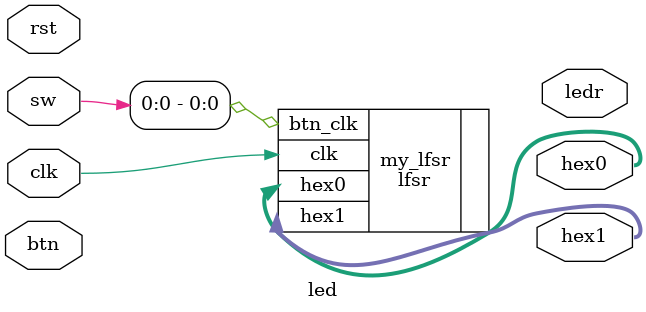
<source format=v>
module led(
  input clk,
  input rst,
  input [4:0] btn,
  input [15:0] sw,
  output [3:0] hex0,
  output [3:0] hex1,
  output [15:0] ledr
);

  lfsr my_lfsr(
    .clk(clk),
    .btn_clk(sw[0]),
    .hex0(hex0),
    .hex1(hex1)
  );

endmodule

</source>
